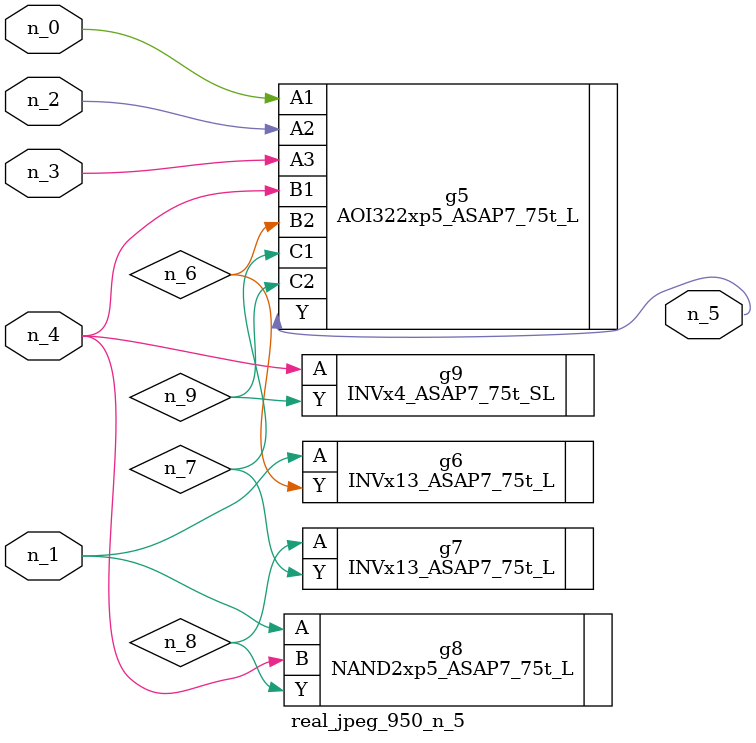
<source format=v>
module real_jpeg_950_n_5 (n_4, n_0, n_1, n_2, n_3, n_5);

input n_4;
input n_0;
input n_1;
input n_2;
input n_3;

output n_5;

wire n_8;
wire n_6;
wire n_7;
wire n_9;

AOI322xp5_ASAP7_75t_L g5 ( 
.A1(n_0),
.A2(n_2),
.A3(n_3),
.B1(n_4),
.B2(n_6),
.C1(n_7),
.C2(n_9),
.Y(n_5)
);

INVx13_ASAP7_75t_L g6 ( 
.A(n_1),
.Y(n_6)
);

NAND2xp5_ASAP7_75t_L g8 ( 
.A(n_1),
.B(n_4),
.Y(n_8)
);

INVx4_ASAP7_75t_SL g9 ( 
.A(n_4),
.Y(n_9)
);

INVx13_ASAP7_75t_L g7 ( 
.A(n_8),
.Y(n_7)
);


endmodule
</source>
